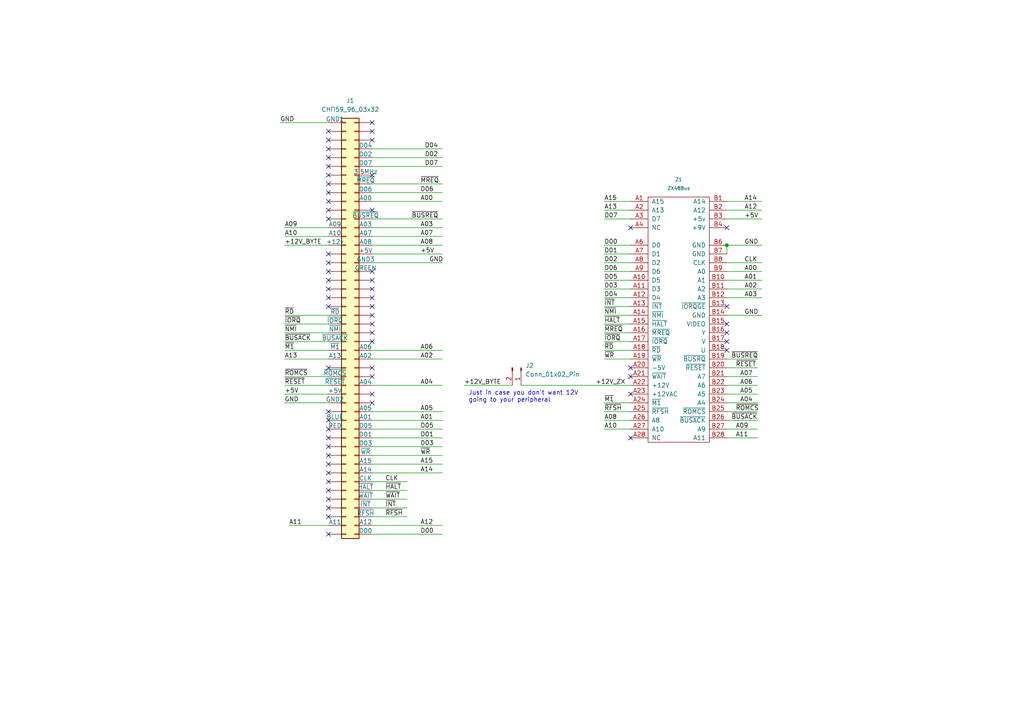
<source format=kicad_sch>
(kicad_sch (version 20230121) (generator eeschema)
  (paper "A4")
  (title_block (title "Байт-to-Spectrum Converter") (date "Aug 2023") (rev "Initial") (company "Brett Hallen") (comment 1 "www.youtube.com/@brfff"))
  (lib_symbols
    (symbol "Connector:Conn_01x02_Pin" (pin_names (offset 1.016) hide)
      (property "Reference" "J" (at 0 2.54 0))
      (property "Value" "Conn_01x02_Pin" (at 0 -5.08 0))
      (symbol "Conn_01x02_Pin_1_1"
        (polyline (pts (xy 1.27 -2.54) (xy 0.8636 -2.54)) (stroke (width 0.1524)))
        (polyline (pts (xy 1.27 0) (xy 0.8636 0)) (stroke (width 0.1524)))
        (rectangle (start 0.8636 -2.413) (end 0 -2.667) (stroke (width 0.1524)) (fill (type outline)))
        (rectangle (start 0.8636 0.127) (end 0 -0.127) (stroke (width 0.1524)) (fill (type outline)))
        (pin passive line (at 5.08 0 180) (length 3.81) (name "Pin_1") (number "1"))
        (pin passive line (at 5.08 -2.54 180) (length 3.81) (name "Pin_2") (number "2"))
      )
    )
    (symbol "cluelessengineer:Байт_СНП59-96" (pin_numbers hide) (pin_names (offset 0))
      (property "Reference" "J" (at 1.27 40.64 0))
      (property "Value" "СНП59_96_03x32" (at 1.27 -83.82 0))
      (symbol "Байт_СНП59-96_1_1"
        (rectangle (start -1.27 -81.153) (end 0 -81.407) (stroke (width 0.1524)))
        (rectangle (start -1.27 -78.613) (end 0 -78.867) (stroke (width 0.1524)))
        (rectangle (start -1.27 -76.073) (end 0 -76.327) (stroke (width 0.1524)))
        (rectangle (start -1.27 -73.533) (end 0 -73.787) (stroke (width 0.1524)))
        (rectangle (start -1.27 -70.993) (end 0 -71.247) (stroke (width 0.1524)))
        (rectangle (start -1.27 -68.453) (end 0 -68.707) (stroke (width 0.1524)))
        (rectangle (start -1.27 -65.913) (end 0 -66.167) (stroke (width 0.1524)))
        (rectangle (start -1.27 -63.373) (end 0 -63.627) (stroke (width 0.1524)))
        (rectangle (start -1.27 -60.833) (end 0 -61.087) (stroke (width 0.1524)))
        (rectangle (start -1.27 -58.293) (end 0 -58.547) (stroke (width 0.1524)))
        (rectangle (start -1.27 -55.753) (end 0 -56.007) (stroke (width 0.1524)))
        (rectangle (start -1.27 -53.213) (end 0 -53.467) (stroke (width 0.1524)))
        (rectangle (start -1.27 -50.673) (end 0 -50.927) (stroke (width 0.1524)))
        (rectangle (start -1.27 -48.133) (end 0 -48.387) (stroke (width 0.1524)))
        (rectangle (start -1.27 -45.593) (end 0 -45.847) (stroke (width 0.1524)))
        (rectangle (start -1.27 -43.053) (end 0 -43.307) (stroke (width 0.1524)))
        (rectangle (start -1.27 -40.513) (end 0 -40.767) (stroke (width 0.1524)))
        (rectangle (start -1.27 -37.973) (end 0 -38.227) (stroke (width 0.1524)))
        (rectangle (start -1.27 -35.433) (end 0 -35.687) (stroke (width 0.1524)))
        (rectangle (start -1.27 -32.893) (end 0 -33.147) (stroke (width 0.1524)))
        (rectangle (start -1.27 -30.353) (end 0 -30.607) (stroke (width 0.1524)))
        (rectangle (start -1.27 -27.813) (end 0 -28.067) (stroke (width 0.1524)))
        (rectangle (start -1.27 -25.273) (end 0 -25.527) (stroke (width 0.1524)))
        (rectangle (start -1.27 -22.733) (end 0 -22.987) (stroke (width 0.1524)))
        (rectangle (start -1.27 -20.193) (end 0 -20.447) (stroke (width 0.1524)))
        (rectangle (start -1.27 -17.653) (end 0 -17.907) (stroke (width 0.1524)))
        (rectangle (start -1.27 -15.113) (end 0 -15.367) (stroke (width 0.1524)))
        (rectangle (start -1.27 -12.573) (end 0 -12.827) (stroke (width 0.1524)))
        (rectangle (start -1.27 -10.033) (end 0 -10.287) (stroke (width 0.1524)))
        (rectangle (start -1.27 -7.493) (end 0 -7.747) (stroke (width 0.1524)))
        (rectangle (start -1.27 -4.953) (end 0 -5.207) (stroke (width 0.1524)))
        (rectangle (start -1.27 -2.413) (end 0 -2.667) (stroke (width 0.1524)))
        (rectangle (start -1.27 0.127) (end 0 -0.127) (stroke (width 0.1524)))
        (rectangle (start -1.27 2.667) (end 0 2.413) (stroke (width 0.1524)))
        (rectangle (start -1.27 5.207) (end 0 4.953) (stroke (width 0.1524)))
        (rectangle (start -1.27 7.747) (end 0 7.493) (stroke (width 0.1524)))
        (rectangle (start -1.27 10.287) (end 0 10.033) (stroke (width 0.1524)))
        (rectangle (start -1.27 12.827) (end 0 12.573) (stroke (width 0.1524)))
        (rectangle (start -1.27 15.367) (end 0 15.113) (stroke (width 0.1524)))
        (rectangle (start -1.27 17.907) (end 0 17.653) (stroke (width 0.1524)))
        (rectangle (start -1.27 20.447) (end 0 20.193) (stroke (width 0.1524)))
        (rectangle (start -1.27 22.987) (end 0 22.733) (stroke (width 0.1524)))
        (rectangle (start -1.27 25.527) (end 0 25.273) (stroke (width 0.1524)))
        (rectangle (start -1.27 28.067) (end 0 27.813) (stroke (width 0.1524)))
        (rectangle (start -1.27 30.607) (end 0 30.353) (stroke (width 0.1524)))
        (rectangle (start -1.27 33.147) (end 0 32.893) (stroke (width 0.1524)))
        (rectangle (start -1.27 35.687) (end 0 35.433) (stroke (width 0.1524)))
        (rectangle (start -1.27 38.227) (end 0 37.973) (stroke (width 0.1524)))
        (rectangle (start -1.27 39.37) (end 3.81 -82.55) (stroke (width 0.254)) (fill (type background)))
        (rectangle (start 2.54 -81.153) (end 3.81 -81.407) (stroke (width 0.1524)))
        (rectangle (start 2.54 -78.613) (end 3.81 -78.867) (stroke (width 0.1524)))
        (rectangle (start 2.54 -76.073) (end 3.81 -76.327) (stroke (width 0.1524)))
        (rectangle (start 2.54 -73.533) (end 3.81 -73.787) (stroke (width 0.1524)))
        (rectangle (start 2.54 -70.993) (end 3.81 -71.247) (stroke (width 0.1524)))
        (rectangle (start 2.54 -68.453) (end 3.81 -68.707) (stroke (width 0.1524)))
        (rectangle (start 2.54 -65.913) (end 3.81 -66.167) (stroke (width 0.1524)))
        (rectangle (start 2.54 -63.373) (end 3.81 -63.627) (stroke (width 0.1524)))
        (rectangle (start 2.54 -60.833) (end 3.81 -61.087) (stroke (width 0.1524)))
        (rectangle (start 2.54 -58.293) (end 3.81 -58.547) (stroke (width 0.1524)))
        (rectangle (start 2.54 -55.753) (end 3.81 -56.007) (stroke (width 0.1524)))
        (rectangle (start 2.54 -53.213) (end 3.81 -53.467) (stroke (width 0.1524)))
        (rectangle (start 2.54 -50.673) (end 3.81 -50.927) (stroke (width 0.1524)))
        (rectangle (start 2.54 -48.133) (end 3.81 -48.387) (stroke (width 0.1524)))
        (rectangle (start 2.54 -45.593) (end 3.81 -45.847) (stroke (width 0.1524)))
        (rectangle (start 2.54 -43.053) (end 3.81 -43.307) (stroke (width 0.1524)))
        (rectangle (start 2.54 25.527) (end 3.81 25.273) (stroke (width 0.1524)))
        (rectangle (start 3.81 -40.513) (end 2.54 -40.767) (stroke (width 0.1524)))
        (rectangle (start 3.81 -37.973) (end 2.54 -38.227) (stroke (width 0.1524)))
        (rectangle (start 3.81 -35.433) (end 2.54 -35.687) (stroke (width 0.1524)))
        (rectangle (start 3.81 -32.893) (end 2.54 -33.147) (stroke (width 0.1524)))
        (rectangle (start 3.81 -30.353) (end 2.54 -30.607) (stroke (width 0.1524)))
        (rectangle (start 3.81 -27.813) (end 2.54 -28.067) (stroke (width 0.1524)))
        (rectangle (start 3.81 -25.273) (end 2.54 -25.527) (stroke (width 0.1524)))
        (rectangle (start 3.81 -22.733) (end 2.54 -22.987) (stroke (width 0.1524)))
        (rectangle (start 3.81 -20.193) (end 2.54 -20.447) (stroke (width 0.1524)))
        (rectangle (start 3.81 -17.653) (end 2.54 -17.907) (stroke (width 0.1524)))
        (rectangle (start 3.81 -15.113) (end 2.54 -15.367) (stroke (width 0.1524)))
        (rectangle (start 3.81 -12.573) (end 2.54 -12.827) (stroke (width 0.1524)))
        (rectangle (start 3.81 -10.033) (end 2.54 -10.287) (stroke (width 0.1524)))
        (rectangle (start 3.81 -7.493) (end 2.54 -7.747) (stroke (width 0.1524)))
        (rectangle (start 3.81 -4.953) (end 2.54 -5.207) (stroke (width 0.1524)))
        (rectangle (start 3.81 -2.413) (end 2.54 -2.667) (stroke (width 0.1524)))
        (rectangle (start 3.81 0.127) (end 2.54 -0.127) (stroke (width 0.1524)))
        (rectangle (start 3.81 2.667) (end 2.54 2.413) (stroke (width 0.1524)))
        (rectangle (start 3.81 5.207) (end 2.54 4.953) (stroke (width 0.1524)))
        (rectangle (start 3.81 7.747) (end 2.54 7.493) (stroke (width 0.1524)))
        (rectangle (start 3.81 10.287) (end 2.54 10.033) (stroke (width 0.1524)))
        (rectangle (start 3.81 12.827) (end 2.54 12.573) (stroke (width 0.1524)))
        (rectangle (start 3.81 15.367) (end 2.54 15.113) (stroke (width 0.1524)))
        (rectangle (start 3.81 17.907) (end 2.54 17.653) (stroke (width 0.1524)))
        (rectangle (start 3.81 20.447) (end 2.54 20.193) (stroke (width 0.1524)))
        (rectangle (start 3.81 22.987) (end 2.54 22.733) (stroke (width 0.1524)))
        (rectangle (start 3.81 28.067) (end 2.54 27.813) (stroke (width 0.1524)))
        (rectangle (start 3.81 30.607) (end 2.54 30.353) (stroke (width 0.1524)))
        (rectangle (start 3.81 33.147) (end 2.54 32.893) (stroke (width 0.1524)))
        (rectangle (start 3.81 35.687) (end 2.54 35.433) (stroke (width 0.1524)))
        (rectangle (start 3.81 38.227) (end 2.54 37.973) (stroke (width 0.1524)))
        (pin passive line (at -5.08 38.1 0) (length 3.81) (name "GND1") (number "a1"))
        (pin passive line (at -5.08 15.24 0) (length 3.81) (name "") (number "a10"))
        (pin passive line (at -5.08 12.7 0) (length 3.81) (name "") (number "a11"))
        (pin passive line (at -5.08 10.16 0) (length 3.81) (name "") (number "a12"))
        (pin passive line (at -5.08 7.62 0) (length 3.81) (name "A09") (number "a13"))
        (pin passive line (at -5.08 5.08 0) (length 3.81) (name "A10") (number "a14"))
        (pin passive line (at -5.08 2.54 0) (length 3.81) (name "+12v") (number "a15"))
        (pin passive line (at -5.08 0 0) (length 3.81) (name "") (number "a16"))
        (pin passive line (at -5.08 -2.54 0) (length 3.81) (name "") (number "a17"))
        (pin passive line (at -5.08 -5.08 0) (length 3.81) (name "") (number "a18"))
        (pin passive line (at -5.08 -7.62 0) (length 3.81) (name "") (number "a19"))
        (pin passive line (at -5.08 35.56 0) (length 3.81) (name "") (number "a2"))
        (pin passive line (at -5.08 -10.16 0) (length 3.81) (name "") (number "a20"))
        (pin passive line (at -5.08 -12.7 0) (length 3.81) (name "") (number "a21"))
        (pin passive line (at -5.08 -15.24 0) (length 3.81) (name "") (number "a22"))
        (pin passive line (at -5.08 -17.78 0) (length 3.81) (name "~{RD}") (number "a23"))
        (pin passive line (at -5.08 -20.32 0) (length 3.81) (name "~{IORQ}") (number "a24"))
        (pin passive line (at -5.08 -22.86 0) (length 3.81) (name "~{NMI}") (number "a25"))
        (pin passive line (at -5.08 -25.4 0) (length 3.81) (name "~{BUSACK}") (number "a26"))
        (pin passive line (at -5.08 -27.94 0) (length 3.81) (name "~{M1}") (number "a27"))
        (pin passive line (at -5.08 -30.48 0) (length 3.81) (name "A13") (number "a28"))
        (pin passive line (at -5.08 -33.02 0) (length 3.81) (name "") (number "a29"))
        (pin passive line (at -5.08 33.02 0) (length 3.81) (name "") (number "a3"))
        (pin passive line (at -5.08 -35.56 0) (length 3.81) (name "~{ROMCS}") (number "a30"))
        (pin passive line (at -5.08 -38.1 0) (length 3.81) (name "~{RESET}") (number "a31"))
        (pin passive line (at -5.08 -40.64 0) (length 3.81) (name "+5V") (number "a32"))
        (pin passive line (at -5.08 30.48 0) (length 3.81) (name "") (number "a4"))
        (pin passive line (at -5.08 27.94 0) (length 3.81) (name "") (number "a5"))
        (pin passive line (at -5.08 25.4 0) (length 3.81) (name "") (number "a6"))
        (pin passive line (at -5.08 22.86 0) (length 3.81) (name "") (number "a7"))
        (pin passive line (at -5.08 20.32 0) (length 3.81) (name "") (number "a8"))
        (pin passive line (at -5.08 17.78 0) (length 3.81) (name "") (number "a9"))
        (pin passive line (at -5.08 -43.18 0) (length 3.81) (name "GND2") (number "b1"))
        (pin passive line (at -5.08 -66.04 0) (length 3.81) (name "") (number "b10"))
        (pin passive line (at -5.08 -68.58 0) (length 3.81) (name "") (number "b11"))
        (pin passive line (at -5.08 -71.12 0) (length 3.81) (name "") (number "b12"))
        (pin passive line (at -5.08 -73.66 0) (length 3.81) (name "") (number "b13"))
        (pin passive line (at -5.08 -76.2 0) (length 3.81) (name "") (number "b14"))
        (pin passive line (at -5.08 -78.74 0) (length 3.81) (name "A11") (number "b15"))
        (pin passive line (at -5.08 -81.28 0) (length 3.81) (name "") (number "b16"))
        (pin passive line (at 7.62 38.1 180) (length 3.81) (name "") (number "b17"))
        (pin passive line (at 7.62 35.56 180) (length 3.81) (name "") (number "b18"))
        (pin passive line (at 7.62 33.02 180) (length 3.81) (name "") (number "b19"))
        (pin passive line (at -5.08 -45.72 0) (length 3.81) (name "") (number "b2"))
        (pin passive line (at 7.62 30.48 180) (length 3.81) (name "D04") (number "b20"))
        (pin passive line (at 7.62 27.94 180) (length 3.81) (name "D02") (number "b21"))
        (pin passive line (at 7.62 25.4 180) (length 3.81) (name "D07") (number "b22"))
        (pin passive line (at 7.62 22.86 180) (length 3.81) (name "3.5MHz") (number "b23"))
        (pin passive line (at 7.62 20.32 180) (length 3.81) (name "~{MREQ}") (number "b24"))
        (pin passive line (at 7.62 17.78 180) (length 3.81) (name "D06") (number "b25"))
        (pin passive line (at 7.62 15.24 180) (length 3.81) (name "A00") (number "b26"))
        (pin passive line (at 7.62 12.7 180) (length 3.81) (name "") (number "b27"))
        (pin passive line (at 7.62 10.16 180) (length 3.81) (name "~{BUSREQ}") (number "b28"))
        (pin passive line (at 7.62 7.62 180) (length 3.81) (name "A03") (number "b29"))
        (pin passive line (at -5.08 -48.26 0) (length 3.81) (name "BLUE") (number "b3"))
        (pin passive line (at 7.62 5.08 180) (length 3.81) (name "A07") (number "b30"))
        (pin passive line (at 7.62 2.54 180) (length 3.81) (name "A08") (number "b31"))
        (pin passive line (at 7.62 0 180) (length 3.81) (name "+5V") (number "b32"))
        (pin passive line (at -5.08 -50.8 0) (length 3.81) (name "RED") (number "b4"))
        (pin passive line (at -5.08 -53.34 0) (length 3.81) (name "") (number "b5"))
        (pin passive line (at -5.08 -55.88 0) (length 3.81) (name "") (number "b6"))
        (pin passive line (at -5.08 -58.42 0) (length 3.81) (name "") (number "b7"))
        (pin passive line (at -5.08 -60.96 0) (length 3.81) (name "") (number "b8"))
        (pin passive line (at -5.08 -63.5 0) (length 3.81) (name "") (number "b9"))
        (pin passive line (at 7.62 -2.54 180) (length 3.81) (name "GND3") (number "c1"))
        (pin passive line (at 7.62 -25.4 180) (length 3.81) (name "") (number "c10"))
        (pin passive line (at 7.62 -27.94 180) (length 3.81) (name "A06") (number "c11"))
        (pin passive line (at 7.62 -30.48 180) (length 3.81) (name "A02") (number "c12"))
        (pin passive line (at 7.62 -33.02 180) (length 3.81) (name "") (number "c13"))
        (pin passive line (at 7.62 -35.56 180) (length 3.81) (name "") (number "c14"))
        (pin passive line (at 7.62 -38.1 180) (length 3.81) (name "A04") (number "c15"))
        (pin passive line (at 7.62 -40.64 180) (length 3.81) (name "") (number "c16"))
        (pin passive line (at 7.62 -43.18 180) (length 3.81) (name "") (number "c17"))
        (pin passive line (at 7.62 -45.72 180) (length 3.81) (name "A05") (number "c18"))
        (pin passive line (at 7.62 -48.26 180) (length 3.81) (name "A01") (number "c19"))
        (pin passive line (at 7.62 -5.08 180) (length 3.81) (name "GREEN") (number "c2"))
        (pin passive line (at 7.62 -50.8 180) (length 3.81) (name "D05") (number "c20"))
        (pin passive line (at 7.62 -53.34 180) (length 3.81) (name "D01") (number "c21"))
        (pin passive line (at 7.62 -55.88 180) (length 3.81) (name "D03") (number "c22"))
        (pin passive line (at 7.62 -58.42 180) (length 3.81) (name "~{WR}") (number "c23"))
        (pin passive line (at 7.62 -60.96 180) (length 3.81) (name "A15") (number "c24"))
        (pin passive line (at 7.62 -63.5 180) (length 3.81) (name "A14") (number "c25"))
        (pin passive line (at 7.62 -66.04 180) (length 3.81) (name "CLK") (number "c26"))
        (pin passive line (at 7.62 -68.58 180) (length 3.81) (name "~{HALT}") (number "c27"))
        (pin passive line (at 7.62 -71.12 180) (length 3.81) (name "~{WAIT}") (number "c28"))
        (pin passive line (at 7.62 -73.66 180) (length 3.81) (name "~{INT}") (number "c29"))
        (pin passive line (at 7.62 -7.62 180) (length 3.81) (name "") (number "c3"))
        (pin passive line (at 7.62 -76.2 180) (length 3.81) (name "~{RFSH}") (number "c30"))
        (pin passive line (at 7.62 -78.74 180) (length 3.81) (name "A12") (number "c31"))
        (pin passive line (at 7.62 -81.28 180) (length 3.81) (name "D00") (number "c32"))
        (pin passive line (at 7.62 -10.16 180) (length 3.81) (name "") (number "c4"))
        (pin passive line (at 7.62 -12.7 180) (length 3.81) (name "") (number "c5"))
        (pin passive line (at 7.62 -15.24 180) (length 3.81) (name "") (number "c6"))
        (pin passive line (at 7.62 -17.78 180) (length 3.81) (name "") (number "c7"))
        (pin passive line (at 7.62 -20.32 180) (length 3.81) (name "") (number "c8"))
        (pin passive line (at 7.62 -22.86 180) (length 3.81) (name "") (number "c9"))
      )
    )
    (symbol "zxbus:ZX48Bus" (pin_names (offset 1.016))
      (property "Reference" "Z" (at 0 83.82 0))
      (property "Value" "ZX48Bus" (at 0 86.36 0))
      (symbol "ZX48Bus_0_0"
        (rectangle (start 0 82.55) (end 17.78 11.43))
      )
      (symbol "ZX48Bus_1_1"
        (pin input line (at -5.08 81.28 0) (length 5.08) (name "A15") (number "A1"))
        (pin input line (at -5.08 58.42 0) (length 5.08) (name "D5") (number "A10"))
        (pin input line (at -5.08 55.88 0) (length 5.08) (name "D3") (number "A11"))
        (pin input line (at -5.08 53.34 0) (length 5.08) (name "D4") (number "A12"))
        (pin input line (at -5.08 50.8 0) (length 5.08) (name "~{INT}") (number "A13"))
        (pin input line (at -5.08 48.26 0) (length 5.08) (name "~{NMI}") (number "A14"))
        (pin input line (at -5.08 45.72 0) (length 5.08) (name "~{HALT}") (number "A15"))
        (pin input line (at -5.08 43.18 0) (length 5.08) (name "~{MREQ}") (number "A16"))
        (pin input line (at -5.08 40.64 0) (length 5.08) (name "~{IORQ}") (number "A17"))
        (pin input line (at -5.08 38.1 0) (length 5.08) (name "~{RD}") (number "A18"))
        (pin input line (at -5.08 35.56 0) (length 5.08) (name "~{WR}") (number "A19"))
        (pin input line (at -5.08 78.74 0) (length 5.08) (name "A13") (number "A2"))
        (pin input line (at -5.08 33.02 0) (length 5.08) (name "-5V") (number "A20"))
        (pin input line (at -5.08 30.48 0) (length 5.08) (name "~{WAIT}") (number "A21"))
        (pin input line (at -5.08 27.94 0) (length 5.08) (name "+12V") (number "A22"))
        (pin input line (at -5.08 25.4 0) (length 5.08) (name "+12VAC") (number "A23"))
        (pin input line (at -5.08 22.86 0) (length 5.08) (name "~{M1}") (number "A24"))
        (pin input line (at -5.08 20.32 0) (length 5.08) (name "~{RFSH}") (number "A25"))
        (pin input line (at -5.08 17.78 0) (length 5.08) (name "A8") (number "A26"))
        (pin input line (at -5.08 15.24 0) (length 5.08) (name "A10") (number "A27"))
        (pin input line (at -5.08 12.7 0) (length 5.08) (name "NC") (number "A28"))
        (pin input line (at -5.08 76.2 0) (length 5.08) (name "D7") (number "A3"))
        (pin input line (at -5.08 73.66 0) (length 5.08) (name "NC") (number "A4"))
        (pin input line (at -5.08 68.58 0) (length 5.08) (name "D0") (number "A6"))
        (pin input line (at -5.08 66.04 0) (length 5.08) (name "D1") (number "A7"))
        (pin input line (at -5.08 63.5 0) (length 5.08) (name "D2") (number "A8"))
        (pin input line (at -5.08 60.96 0) (length 5.08) (name "D6") (number "A9"))
        (pin input line (at 22.86 81.28 180) (length 5.08) (name "A14") (number "B1"))
        (pin input line (at 22.86 58.42 180) (length 5.08) (name "A1") (number "B10"))
        (pin input line (at 22.86 55.88 180) (length 5.08) (name "A2") (number "B11"))
        (pin input line (at 22.86 53.34 180) (length 5.08) (name "A3") (number "B12"))
        (pin input line (at 22.86 50.8 180) (length 5.08) (name "~{IORQGE}") (number "B13"))
        (pin input line (at 22.86 48.26 180) (length 5.08) (name "GND") (number "B14"))
        (pin input line (at 22.86 45.72 180) (length 5.08) (name "VIDEO") (number "B15"))
        (pin input line (at 22.86 43.18 180) (length 5.08) (name "Y") (number "B16"))
        (pin input line (at 22.86 40.64 180) (length 5.08) (name "V") (number "B17"))
        (pin input line (at 22.86 38.1 180) (length 5.08) (name "U") (number "B18"))
        (pin input line (at 22.86 35.56 180) (length 5.08) (name "~{BUSRQ}") (number "B19"))
        (pin input line (at 22.86 78.74 180) (length 5.08) (name "A12") (number "B2"))
        (pin input line (at 22.86 33.02 180) (length 5.08) (name "~{RESET}") (number "B20"))
        (pin input line (at 22.86 30.48 180) (length 5.08) (name "A7") (number "B21"))
        (pin input line (at 22.86 27.94 180) (length 5.08) (name "A6") (number "B22"))
        (pin input line (at 22.86 25.4 180) (length 5.08) (name "A5") (number "B23"))
        (pin input line (at 22.86 22.86 180) (length 5.08) (name "A4") (number "B24"))
        (pin input line (at 22.86 20.32 180) (length 5.08) (name "~{ROMCS}") (number "B25"))
        (pin input line (at 22.86 17.78 180) (length 5.08) (name "~{BUSACK}") (number "B26"))
        (pin input line (at 22.86 15.24 180) (length 5.08) (name "A9") (number "B27"))
        (pin input line (at 22.86 12.7 180) (length 5.08) (name "A11") (number "B28"))
        (pin input line (at 22.86 76.2 180) (length 5.08) (name "+5v") (number "B3"))
        (pin input line (at 22.86 73.66 180) (length 5.08) (name "+9V") (number "B4"))
        (pin input line (at 22.86 68.58 180) (length 5.08) (name "GND") (number "B6"))
        (pin input line (at 22.86 66.04 180) (length 5.08) (name "GND") (number "B7"))
        (pin input line (at 22.86 63.5 180) (length 5.08) (name "CLK") (number "B8"))
        (pin input line (at 22.86 60.96 180) (length 5.08) (name "A0") (number "B9"))
      )
    )
  )
  (junction (at 210.82 71.12))
  (no_connect (at 182.88 66.04))
  (no_connect (at 95.25 124.46))
  (no_connect (at 95.25 40.64))
  (no_connect (at 107.95 114.3))
  (no_connect (at 95.25 45.72))
  (no_connect (at 107.95 78.74))
  (no_connect (at 107.95 93.98))
  (no_connect (at 107.95 60.96))
  (no_connect (at 95.25 73.66))
  (no_connect (at 95.25 149.86))
  (no_connect (at 95.25 43.18))
  (no_connect (at 95.25 55.88))
  (no_connect (at 95.25 88.9))
  (no_connect (at 107.95 96.52))
  (no_connect (at 95.25 38.1))
  (no_connect (at 95.25 78.74))
  (no_connect (at 95.25 139.7))
  (no_connect (at 107.95 106.68))
  (no_connect (at 182.88 114.3))
  (no_connect (at 95.25 154.94))
  (no_connect (at 210.82 99.06))
  (no_connect (at 107.95 38.1))
  (no_connect (at 95.25 119.38))
  (no_connect (at 107.95 91.44))
  (no_connect (at 107.95 88.9))
  (no_connect (at 107.95 83.82))
  (no_connect (at 95.25 129.54))
  (no_connect (at 107.95 81.28))
  (no_connect (at 95.25 127))
  (no_connect (at 107.95 86.36))
  (no_connect (at 182.88 127))
  (no_connect (at 107.95 109.22))
  (no_connect (at 210.82 93.98))
  (no_connect (at 95.25 86.36))
  (no_connect (at 210.82 96.52))
  (no_connect (at 95.25 58.42))
  (no_connect (at 95.25 60.96))
  (no_connect (at 95.25 142.24))
  (no_connect (at 95.25 121.92))
  (no_connect (at 95.25 144.78))
  (no_connect (at 95.25 50.8))
  (no_connect (at 107.95 99.06))
  (no_connect (at 95.25 147.32))
  (no_connect (at 182.88 109.22))
  (no_connect (at 95.25 83.82))
  (no_connect (at 95.25 53.34))
  (no_connect (at 107.95 116.84))
  (no_connect (at 95.25 63.5))
  (no_connect (at 107.95 40.64))
  (no_connect (at 95.25 134.62))
  (no_connect (at 210.82 66.04))
  (no_connect (at 95.25 76.2))
  (no_connect (at 95.25 137.16))
  (no_connect (at 182.88 106.68))
  (no_connect (at 210.82 88.9))
  (no_connect (at 210.82 101.6))
  (no_connect (at 95.25 81.28))
  (no_connect (at 107.95 35.56))
  (no_connect (at 95.25 132.08))
  (no_connect (at 95.25 48.26))
  (no_connect (at 95.25 106.68))
  (no_connect (at 107.95 50.8))
  (wire (pts (xy 107.95 76.2) (xy 128.27 76.2)))
  (wire (pts (xy 82.55 71.12) (xy 95.25 71.12)))
  (wire (pts (xy 210.82 63.5) (xy 220.98 63.5)))
  (wire (pts (xy 210.82 109.22) (xy 219.71 109.22)))
  (wire (pts (xy 175.26 116.84) (xy 182.88 116.84)))
  (wire (pts (xy 175.26 124.46) (xy 182.88 124.46)))
  (wire (pts (xy 175.26 99.06) (xy 182.88 99.06)))
  (wire (pts (xy 210.82 106.68) (xy 219.71 106.68)))
  (wire (pts (xy 210.82 127) (xy 219.71 127)))
  (wire (pts (xy 175.26 91.44) (xy 182.88 91.44)))
  (wire (pts (xy 210.82 91.44) (xy 220.98 91.44)))
  (wire (pts (xy 175.26 121.92) (xy 182.88 121.92)))
  (wire (pts (xy 151.13 111.76) (xy 182.88 111.76)))
  (wire (pts (xy 175.26 93.98) (xy 182.88 93.98)))
  (wire (pts (xy 107.95 58.42) (xy 128.27 58.42)))
  (wire (pts (xy 107.95 121.92) (xy 128.27 121.92)))
  (wire (pts (xy 210.82 60.96) (xy 220.98 60.96)))
  (wire (pts (xy 82.55 68.58) (xy 95.25 68.58)))
  (wire (pts (xy 175.26 63.5) (xy 182.88 63.5)))
  (wire (pts (xy 107.95 154.94) (xy 128.27 154.94)))
  (wire (pts (xy 81.28 35.56) (xy 95.25 35.56)))
  (wire (pts (xy 107.95 124.46) (xy 128.27 124.46)))
  (wire (pts (xy 175.26 58.42) (xy 182.88 58.42)))
  (wire (pts (xy 210.82 81.28) (xy 220.98 81.28)))
  (wire (pts (xy 107.95 127) (xy 128.27 127)))
  (wire (pts (xy 107.95 129.54) (xy 128.27 129.54)))
  (wire (pts (xy 107.95 139.7) (xy 118.11 139.7)))
  (wire (pts (xy 82.55 91.44) (xy 95.25 91.44)))
  (wire (pts (xy 134.62 111.76) (xy 148.59 111.76)))
  (wire (pts (xy 107.95 55.88) (xy 128.27 55.88)))
  (wire (pts (xy 210.82 78.74) (xy 220.98 78.74)))
  (wire (pts (xy 175.26 101.6) (xy 182.88 101.6)))
  (wire (pts (xy 82.55 99.06) (xy 95.25 99.06)))
  (wire (pts (xy 83.82 152.4) (xy 95.25 152.4)))
  (wire (pts (xy 82.55 114.3) (xy 95.25 114.3)))
  (wire (pts (xy 210.82 71.12) (xy 220.98 71.12)))
  (wire (pts (xy 107.95 53.34) (xy 128.27 53.34)))
  (wire (pts (xy 82.55 104.14) (xy 95.25 104.14)))
  (wire (pts (xy 107.95 104.14) (xy 128.27 104.14)))
  (wire (pts (xy 175.26 73.66) (xy 182.88 73.66)))
  (wire (pts (xy 175.26 60.96) (xy 182.88 60.96)))
  (wire (pts (xy 210.82 104.14) (xy 219.71 104.14)))
  (wire (pts (xy 82.55 66.04) (xy 95.25 66.04)))
  (wire (pts (xy 82.55 93.98) (xy 95.25 93.98)))
  (wire (pts (xy 175.26 76.2) (xy 182.88 76.2)))
  (wire (pts (xy 107.95 152.4) (xy 128.27 152.4)))
  (wire (pts (xy 175.26 71.12) (xy 182.88 71.12)))
  (wire (pts (xy 107.95 137.16) (xy 128.27 137.16)))
  (wire (pts (xy 107.95 142.24) (xy 118.11 142.24)))
  (wire (pts (xy 210.82 114.3) (xy 219.71 114.3)))
  (wire (pts (xy 107.95 63.5) (xy 128.27 63.5)))
  (wire (pts (xy 210.82 116.84) (xy 219.71 116.84)))
  (wire (pts (xy 107.95 119.38) (xy 128.27 119.38)))
  (wire (pts (xy 82.55 116.84) (xy 95.25 116.84)))
  (wire (pts (xy 210.82 121.92) (xy 219.71 121.92)))
  (wire (pts (xy 175.26 81.28) (xy 182.88 81.28)))
  (wire (pts (xy 107.95 66.04) (xy 128.27 66.04)))
  (wire (pts (xy 210.82 86.36) (xy 220.98 86.36)))
  (wire (pts (xy 82.55 109.22) (xy 95.25 109.22)))
  (wire (pts (xy 175.26 83.82) (xy 182.88 83.82)))
  (wire (pts (xy 175.26 96.52) (xy 182.88 96.52)))
  (wire (pts (xy 107.95 134.62) (xy 128.27 134.62)))
  (wire (pts (xy 210.82 111.76) (xy 219.71 111.76)))
  (wire (pts (xy 107.95 73.66) (xy 128.27 73.66)))
  (wire (pts (xy 107.95 144.78) (xy 118.11 144.78)))
  (wire (pts (xy 107.95 71.12) (xy 128.27 71.12)))
  (wire (pts (xy 107.95 149.86) (xy 118.11 149.86)))
  (wire (pts (xy 107.95 48.26) (xy 128.27 48.26)))
  (wire (pts (xy 82.55 101.6) (xy 95.25 101.6)))
  (wire (pts (xy 175.26 104.14) (xy 182.88 104.14)))
  (wire (pts (xy 82.55 111.76) (xy 95.25 111.76)))
  (wire (pts (xy 107.95 45.72) (xy 128.27 45.72)))
  (wire (pts (xy 210.82 58.42) (xy 220.98 58.42)))
  (wire (pts (xy 210.82 71.12) (xy 210.82 73.66)))
  (wire (pts (xy 210.82 83.82) (xy 220.98 83.82)))
  (wire (pts (xy 210.82 124.46) (xy 219.71 124.46)))
  (wire (pts (xy 175.26 88.9) (xy 182.88 88.9)))
  (wire (pts (xy 175.26 78.74) (xy 182.88 78.74)))
  (wire (pts (xy 107.95 68.58) (xy 128.27 68.58)))
  (wire (pts (xy 107.95 43.18) (xy 128.27 43.18)))
  (wire (pts (xy 82.55 96.52) (xy 95.25 96.52)))
  (wire (pts (xy 175.26 86.36) (xy 182.88 86.36)))
  (wire (pts (xy 210.82 76.2) (xy 220.98 76.2)))
  (wire (pts (xy 175.26 119.38) (xy 182.88 119.38)))
  (wire (pts (xy 107.95 111.76) (xy 128.27 111.76)))
  (wire (pts (xy 107.95 132.08) (xy 128.27 132.08)))
  (wire (pts (xy 107.95 147.32) (xy 118.11 147.32)))
  (wire (pts (xy 107.95 101.6) (xy 128.27 101.6)))
  (wire (pts (xy 210.82 119.38) (xy 219.71 119.38)))
  (text "Just in case you don't want 12V\ngoing to your peripheral" (at 135.89 116.84 0) (effects (font (size 1.27 1.27)) (justify left bottom)))
  (label "~{WAIT}" (at 111.76 144.78 0))
  (label "+12V_BYTE" (at 134.62 111.76 0))
  (label "GND" (at 81.28 35.56 0))
  (label "A13" (at 82.55 104.14 0))
  (label "~{MREQ}" (at 121.92 53.34 0))
  (label "GND" (at 215.9 91.44 0))
  (label "A09" (at 213.36 124.46 0))
  (label "D00" (at 175.26 71.12 0))
  (label "A05" (at 214.63 114.3 0))
  (label "~{WR}" (at 121.92 132.08 0))
  (label "A04" (at 214.63 116.84 0))
  (label "GND" (at 124.46 76.2 0))
  (label "D01" (at 121.92 127 0))
  (label "~{BUSACK}" (at 212.09 121.92 0))
  (label "A15" (at 121.92 134.62 0))
  (label "D03" (at 121.92 129.54 0))
  (label "A08" (at 121.92 71.12 0))
  (label "A11" (at 213.36 127 0))
  (label "A13" (at 175.26 60.96 0))
  (label "~{HALT}" (at 175.26 93.98 0))
  (label "A03" (at 121.92 66.04 0))
  (label "~{WR}" (at 175.26 104.14 0))
  (label "CLK" (at 111.76 139.7 0))
  (label "A14" (at 121.92 137.16 0))
  (label "A07" (at 121.92 68.58 0))
  (label "A10" (at 175.26 124.46 0))
  (label "~{RFSH}" (at 175.26 119.38 0))
  (label "A02" (at 215.9 83.82 0))
  (label "A08" (at 175.26 121.92 0))
  (label "D07" (at 123.19 48.26 0))
  (label "A09" (at 82.55 66.04 0))
  (label "~{RD}" (at 82.55 91.44 0))
  (label "A00" (at 215.9 78.74 0))
  (label "D01" (at 175.26 73.66 0))
  (label "~{HALT}" (at 111.76 142.24 0))
  (label "GND" (at 215.9 71.12 0))
  (label "~{RESET}" (at 213.36 106.68 0))
  (label "A11" (at 83.82 152.4 0))
  (label "A15" (at 175.26 58.42 0))
  (label "+12V_BYTE" (at 82.55 71.12 0))
  (label "+5V" (at 82.55 114.3 0))
  (label "~{ROMCS}" (at 213.36 119.38 0))
  (label "A03" (at 215.9 86.36 0))
  (label "~{NMI}" (at 175.26 91.44 0))
  (label "A07" (at 214.63 109.22 0))
  (label "A01" (at 215.9 81.28 0))
  (label "A14" (at 215.9 58.42 0))
  (label "~{IORQ}" (at 175.26 99.06 0))
  (label "D04" (at 175.26 86.36 0))
  (label "A00" (at 121.92 58.42 0))
  (label "~{RD}" (at 175.26 101.6 0))
  (label "~{INT}" (at 175.26 88.9 0))
  (label "~{M1}" (at 175.26 116.84 0))
  (label "~{BUSREQ}" (at 119.38 63.5 0))
  (label "+5V" (at 215.9 63.5 0))
  (label "D02" (at 123.19 45.72 0))
  (label "~{RESET}" (at 82.55 111.76 0))
  (label "+12V_ZX" (at 172.72 111.76 0))
  (label "~{IORQ}" (at 82.55 93.98 0))
  (label "D04" (at 123.19 43.18 0))
  (label "D05" (at 121.92 124.46 0))
  (label "D00" (at 121.92 154.94 0))
  (label "A02" (at 121.92 104.14 0))
  (label "A06" (at 121.92 101.6 0))
  (label "~{RFSH}" (at 111.76 149.86 0))
  (label "A05" (at 121.92 119.38 0))
  (label "~{BUSACK}" (at 82.55 99.06 0))
  (label "~{INT}" (at 111.76 147.32 0))
  (label "A12" (at 121.92 152.4 0))
  (label "~{MREQ}" (at 175.26 96.52 0))
  (label "~{ROMCS}" (at 82.55 109.22 0))
  (label "+5V" (at 121.92 73.66 0))
  (label "~{BUSREQ}" (at 212.09 104.14 0))
  (label "A10" (at 82.55 68.58 0))
  (label "CLK" (at 215.9 76.2 0))
  (label "A06" (at 214.63 111.76 0))
  (label "A04" (at 121.92 111.76 0))
  (label "D06" (at 121.92 55.88 0))
  (label "D02" (at 175.26 76.2 0))
  (label "~{M1}" (at 82.55 101.6 0))
  (label "D07" (at 175.26 63.5 0))
  (label "A12" (at 215.9 60.96 0))
  (label "A01" (at 121.92 121.92 0))
  (label "D03" (at 175.26 83.82 0))
  (label "~{NMI}" (at 82.55 96.52 0))
  (label "D05" (at 175.26 81.28 0))
  (label "D06" (at 175.26 78.74 0))
  (label "GND" (at 82.55 116.84 0))
  (symbol (lib_id "Connector:Conn_01x02_Pin") (at 151.13 106.68 270) (unit 1)
    (property "Reference" "J2" (at 152.4 106.045 90) (effects (justify left)))
    (property "Value" "Conn_01x02_Pin" (at 152.4 108.585 90) (effects (justify left)))
    (property "Footprint" "Connector_PinHeader_2.54mm:PinHeader_1x02_P2.54mm_Vertical" (effects hide))
  )
  (symbol (lib_id "zxbus:ZX48Bus") (at 187.96 139.7 0) (unit 1)
    (property "Reference" "Z1" (at 196.85 52.07 0) (effects (font (size 0.9906 0.9906))))
    (property "Value" "ZX48Bus" (at 196.85 54.61 0) (effects (font (size 0.9906 0.9906))))
    (property "Footprint" "zxbus:ZX_Bus_Edge_Connector" (effects hide))
  )
  (symbol (lib_id "cluelessengineer:Байт_СНП59-96") (at 100.33 73.66 0) (unit 1)
    (property "Reference" "J1" (at 101.6 29.21 0))
    (property "Value" "СНП59_96_03x32" (at 101.6 31.75 0))
    (property "Footprint" "CluelessEngineer:SNP59_96_Female" (effects hide))
  )
)
</source>
